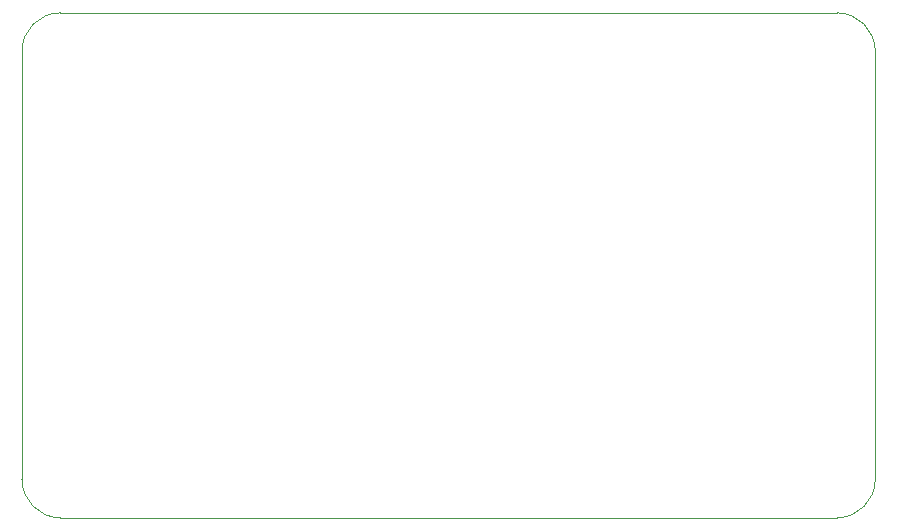
<source format=gbr>
%TF.GenerationSoftware,KiCad,Pcbnew,7.0.8*%
%TF.CreationDate,2023-12-29T21:58:38-05:00*%
%TF.ProjectId,SleepMonitor,536c6565-704d-46f6-9e69-746f722e6b69,rev?*%
%TF.SameCoordinates,Original*%
%TF.FileFunction,Profile,NP*%
%FSLAX46Y46*%
G04 Gerber Fmt 4.6, Leading zero omitted, Abs format (unit mm)*
G04 Created by KiCad (PCBNEW 7.0.8) date 2023-12-29 21:58:38*
%MOMM*%
%LPD*%
G01*
G04 APERTURE LIST*
%TA.AperFunction,Profile*%
%ADD10C,0.100000*%
%TD*%
G04 APERTURE END LIST*
D10*
X94250000Y-68750000D02*
X160000000Y-68750000D01*
X163250000Y-72000000D02*
G75*
G03*
X160000000Y-68750000I-3250000J0D01*
G01*
X91000000Y-108250000D02*
G75*
G03*
X94250000Y-111500000I3250000J0D01*
G01*
X94250000Y-111500000D02*
X160000000Y-111500000D01*
X160000000Y-111500000D02*
G75*
G03*
X163250000Y-108250000I0J3250000D01*
G01*
X163250000Y-108250000D02*
X163250000Y-72000000D01*
X91000000Y-72000000D02*
X91000000Y-108250000D01*
X94250000Y-68750000D02*
G75*
G03*
X91000000Y-72000000I0J-3250000D01*
G01*
M02*

</source>
